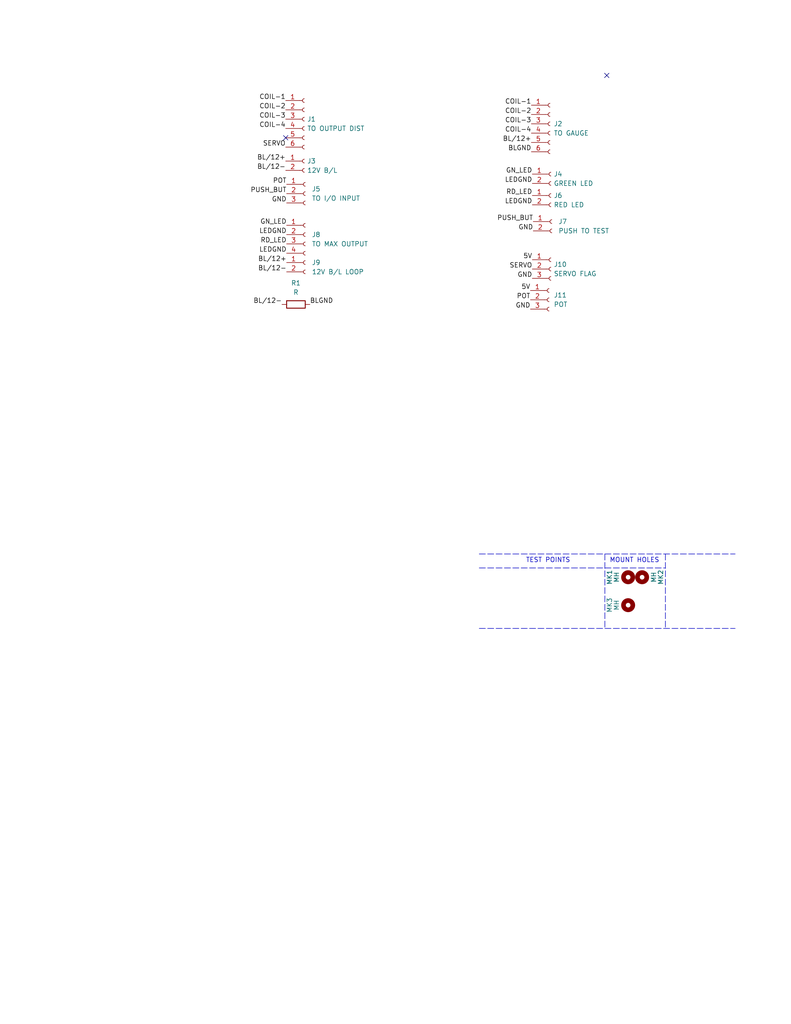
<source format=kicad_sch>
(kicad_sch (version 20211123) (generator eeschema)
  (paper "A" portrait)
  (title_block (title "Radar Altimeter Controller") (date "2021-10-30") (rev "1") (company "OpenHornet") (comment 1 "CC BY-NC-SA"))
  (lib_symbols
    (symbol "Connector:Conn_01x02_Female" (pin_names (offset 1.016) hide)
      (property "Reference" "J" (at 0 2.54 0))
      (property "Value" "Conn_01x02_Female" (at 0 -5.08 0))
      (symbol "Conn_01x02_Female_1_1"
        (arc (start 0 -2.032) (mid -0.508 -2.54) (end 0 -3.048) (stroke (width 0.1524)))
        (polyline (pts (xy -1.27 -2.54) (xy -0.508 -2.54)) (stroke (width 0.1524)))
        (polyline (pts (xy -1.27 0) (xy -0.508 0)) (stroke (width 0.1524)))
        (arc (start 0 0.508) (mid -0.508 0) (end 0 -0.508) (stroke (width 0.1524)))
        (pin passive line (at -5.08 0 0) (length 3.81) (name "Pin_1") (number "1"))
        (pin passive line (at -5.08 -2.54 0) (length 3.81) (name "Pin_2") (number "2"))
      )
    )
    (symbol "Connector:Conn_01x03_Female" (pin_names (offset 1.016) hide)
      (property "Reference" "J" (at 0 5.08 0))
      (property "Value" "Conn_01x03_Female" (at 0 -5.08 0))
      (symbol "Conn_01x03_Female_1_1"
        (arc (start 0 -2.032) (mid -0.508 -2.54) (end 0 -3.048) (stroke (width 0.1524)))
        (polyline (pts (xy -1.27 -2.54) (xy -0.508 -2.54)) (stroke (width 0.1524)))
        (polyline (pts (xy -1.27 0) (xy -0.508 0)) (stroke (width 0.1524)))
        (polyline (pts (xy -1.27 2.54) (xy -0.508 2.54)) (stroke (width 0.1524)))
        (arc (start 0 0.508) (mid -0.508 0) (end 0 -0.508) (stroke (width 0.1524)))
        (arc (start 0 3.048) (mid -0.508 2.54) (end 0 2.032) (stroke (width 0.1524)))
        (pin passive line (at -5.08 2.54 0) (length 3.81) (name "Pin_1") (number "1"))
        (pin passive line (at -5.08 0 0) (length 3.81) (name "Pin_2") (number "2"))
        (pin passive line (at -5.08 -2.54 0) (length 3.81) (name "Pin_3") (number "3"))
      )
    )
    (symbol "Connector:Conn_01x04_Female" (pin_names (offset 1.016) hide)
      (property "Reference" "J" (at 0 5.08 0))
      (property "Value" "Conn_01x04_Female" (at 0 -7.62 0))
      (symbol "Conn_01x04_Female_1_1"
        (arc (start 0 -4.572) (mid -0.508 -5.08) (end 0 -5.588) (stroke (width 0.1524)))
        (arc (start 0 -2.032) (mid -0.508 -2.54) (end 0 -3.048) (stroke (width 0.1524)))
        (polyline (pts (xy -1.27 -5.08) (xy -0.508 -5.08)) (stroke (width 0.1524)))
        (polyline (pts (xy -1.27 -2.54) (xy -0.508 -2.54)) (stroke (width 0.1524)))
        (polyline (pts (xy -1.27 0) (xy -0.508 0)) (stroke (width 0.1524)))
        (polyline (pts (xy -1.27 2.54) (xy -0.508 2.54)) (stroke (width 0.1524)))
        (arc (start 0 0.508) (mid -0.508 0) (end 0 -0.508) (stroke (width 0.1524)))
        (arc (start 0 3.048) (mid -0.508 2.54) (end 0 2.032) (stroke (width 0.1524)))
        (pin passive line (at -5.08 2.54 0) (length 3.81) (name "Pin_1") (number "1"))
        (pin passive line (at -5.08 0 0) (length 3.81) (name "Pin_2") (number "2"))
        (pin passive line (at -5.08 -2.54 0) (length 3.81) (name "Pin_3") (number "3"))
        (pin passive line (at -5.08 -5.08 0) (length 3.81) (name "Pin_4") (number "4"))
      )
    )
    (symbol "Connector:Conn_01x06_Female" (pin_names (offset 1.016) hide)
      (property "Reference" "J" (at 0 7.62 0))
      (property "Value" "Conn_01x06_Female" (at 0 -10.16 0))
      (symbol "Conn_01x06_Female_1_1"
        (arc (start 0 -7.112) (mid -0.508 -7.62) (end 0 -8.128) (stroke (width 0.1524)))
        (arc (start 0 -4.572) (mid -0.508 -5.08) (end 0 -5.588) (stroke (width 0.1524)))
        (arc (start 0 -2.032) (mid -0.508 -2.54) (end 0 -3.048) (stroke (width 0.1524)))
        (polyline (pts (xy -1.27 -7.62) (xy -0.508 -7.62)) (stroke (width 0.1524)))
        (polyline (pts (xy -1.27 -5.08) (xy -0.508 -5.08)) (stroke (width 0.1524)))
        (polyline (pts (xy -1.27 -2.54) (xy -0.508 -2.54)) (stroke (width 0.1524)))
        (polyline (pts (xy -1.27 0) (xy -0.508 0)) (stroke (width 0.1524)))
        (polyline (pts (xy -1.27 2.54) (xy -0.508 2.54)) (stroke (width 0.1524)))
        (polyline (pts (xy -1.27 5.08) (xy -0.508 5.08)) (stroke (width 0.1524)))
        (arc (start 0 0.508) (mid -0.508 0) (end 0 -0.508) (stroke (width 0.1524)))
        (arc (start 0 3.048) (mid -0.508 2.54) (end 0 2.032) (stroke (width 0.1524)))
        (arc (start 0 5.588) (mid -0.508 5.08) (end 0 4.572) (stroke (width 0.1524)))
        (pin passive line (at -5.08 5.08 0) (length 3.81) (name "Pin_1") (number "1"))
        (pin passive line (at -5.08 2.54 0) (length 3.81) (name "Pin_2") (number "2"))
        (pin passive line (at -5.08 0 0) (length 3.81) (name "Pin_3") (number "3"))
        (pin passive line (at -5.08 -2.54 0) (length 3.81) (name "Pin_4") (number "4"))
        (pin passive line (at -5.08 -5.08 0) (length 3.81) (name "Pin_5") (number "5"))
        (pin passive line (at -5.08 -7.62 0) (length 3.81) (name "Pin_6") (number "6"))
      )
    )
    (symbol "Device:R" (pin_numbers hide) (pin_names (offset 0))
      (property "Reference" "R" (at 2.032 0 90))
      (property "Value" "R" (at 0 0 90))
      (symbol "R_0_1"
        (rectangle (start -1.016 -2.54) (end 1.016 2.54) (stroke (width 0.254)))
      )
      (symbol "R_1_1"
        (pin passive line (at 0 3.81 270) (length 1.27) (name "~") (number "1"))
        (pin passive line (at 0 -3.81 90) (length 1.27) (name "~") (number "2"))
      )
    )
    (symbol "Mechanical:MountingHole" (pin_names (offset 1.016))
      (property "Reference" "H" (at 0 5.08 0))
      (property "Value" "MountingHole" (at 0 3.175 0))
      (symbol "MountingHole_0_1"
        (circle (center 0 0) (radius 1.27) (stroke (width 1.27)))
      )
    )
  )
  (no_connect (at 165.608 20.574))
  (no_connect (at 77.978 37.592))
  (polyline (pts (xy 181.61 151.13) (xy 181.61 171.45)))
  (polyline (pts (xy 130.81 171.45) (xy 200.66 171.45)))
  (polyline (pts (xy 130.81 151.13) (xy 200.66 151.13)))
  (polyline (pts (xy 130.81 154.94) (xy 181.61 154.94)))
  (polyline (pts (xy 165.1 151.13) (xy 165.1 171.45)))
  (text "MOUNT HOLES" (at 166.37 153.67 0) (effects (font (size 1.27 1.27)) (justify left bottom)))
  (text "TEST POINTS" (at 143.51 153.67 0) (effects (font (size 1.27 1.27)) (justify left bottom)))
  (label "LEDGND" (at 78.232 64.008 180))
  (label "BL{slash}12+" (at 77.978 43.942 180))
  (label "SERVO" (at 77.978 40.132 180))
  (label "GND" (at 144.78 84.328 180))
  (label "PUSH_BUT" (at 145.542 60.452 180))
  (label "LEDGND" (at 78.232 69.088 180))
  (label "BL{slash}12+" (at 145.034 38.862 180))
  (label "COIL-3" (at 77.978 32.512 180))
  (label "GN_LED" (at 78.232 61.468 180))
  (label "BLGND" (at 84.582 83.058 0))
  (label "BL{slash}12+" (at 78.232 71.628 180))
  (label "POT" (at 144.78 81.788 180))
  (label "RD_LED" (at 78.232 66.548 180))
  (label "5V" (at 145.288 70.866 180))
  (label "LEDGND" (at 145.288 55.88 180))
  (label "BL{slash}12-" (at 77.978 46.482 180))
  (label "LEDGND" (at 145.288 50.038 180))
  (label "PUSH_BUT" (at 78.232 52.832 180))
  (label "COIL-1" (at 77.978 27.432 180))
  (label "GND" (at 145.542 62.992 180))
  (label "BL{slash}12-" (at 78.232 74.168 180))
  (label "COIL-2" (at 77.978 29.972 180))
  (label "POT" (at 78.232 50.292 180))
  (label "BLGND" (at 145.034 41.402 180))
  (label "RD_LED" (at 145.288 53.34 180))
  (label "GND" (at 78.232 55.372 180))
  (label "COIL-4" (at 145.034 36.322 180))
  (label "GND" (at 145.288 75.946 180))
  (label "5V" (at 144.78 79.248 180))
  (label "COIL-2" (at 145.034 31.242 180))
  (label "COIL-1" (at 145.034 28.702 180))
  (label "COIL-3" (at 145.034 33.782 180))
  (label "SERVO" (at 145.288 73.406 180))
  (label "GN_LED" (at 145.288 47.498 180))
  (label "COIL-4" (at 77.978 35.052 180))
  (label "BL{slash}12-" (at 76.962 83.058 180))
  (symbol (lib_id "Mechanical:MountingHole") (at 171.45 157.48 90) (unit 1)
    (property "Reference" "MK1" (at 166.37 157.48 0))
    (property "Value" "MH" (at 168.275 157.48 0))
    (property "Footprint" "MountingHole:MountingHole_2.5mm" (effects hide))
  )
  (symbol (lib_id "Mechanical:MountingHole") (at 171.45 165.1 90) (unit 1)
    (property "Reference" "MK3" (at 166.37 165.1 0))
    (property "Value" "MH" (at 168.275 165.1 0))
    (property "Footprint" "MountingHole:MountingHole_2.5mm" (effects hide))
  )
  (symbol (lib_id "Mechanical:MountingHole") (at 175.26 157.48 270) (unit 1)
    (property "Reference" "MK2" (at 180.34 157.48 0))
    (property "Value" "MH" (at 178.435 157.48 0))
    (property "Footprint" "MountingHole:MountingHole_2.5mm" (effects hide))
  )
  (symbol (lib_id "Connector:Conn_01x04_Female") (at 83.312 64.008 0) (unit 1)
    (property "Reference" "J8" (at 85.09 64.0079 0) (effects (justify left)))
    (property "Value" "TO MAX OUTPUT" (at 85.09 66.5479 0) (effects (justify left)))
    (property "Footprint" "Connector_Molex:Molex_KK-254_AE-6410-04A_1x04_P2.54mm_Vertical" (effects hide))
  )
  (symbol (lib_id "Connector:Conn_01x06_Female") (at 150.114 33.782 0) (unit 1)
    (property "Reference" "J2" (at 151.13 33.7819 0) (effects (justify left)))
    (property "Value" "TO GAUGE" (at 151.13 36.3219 0) (effects (justify left)))
    (property "Footprint" "Connector_Molex:Molex_KK-254_AE-6410-06A_1x06_P2.54mm_Vertical" (effects hide))
  )
  (symbol (lib_id "Connector:Conn_01x03_Female") (at 149.86 81.788 0) (unit 1)
    (property "Reference" "J11" (at 151.13 80.5179 0) (effects (justify left)))
    (property "Value" "POT" (at 151.13 83.0579 0) (effects (justify left)))
    (property "Footprint" "Connector_Molex:Molex_KK-254_AE-6410-03A_1x03_P2.54mm_Vertical" (effects hide))
  )
  (symbol (lib_id "Device:R") (at 80.772 83.058 90) (unit 1)
    (property "Reference" "R1" (at 80.772 77.216 90))
    (property "Value" "R" (at 80.772 79.756 90))
    (property "Footprint" "Resistor_THT:R_Axial_DIN0204_L3.6mm_D1.6mm_P2.54mm_Vertical" (effects hide))
  )
  (symbol (lib_id "Connector:Conn_01x02_Female") (at 83.312 71.628 0) (unit 1)
    (property "Reference" "J9" (at 85.09 71.6279 0) (effects (justify left)))
    (property "Value" "12V B/L LOOP" (at 85.09 74.1679 0) (effects (justify left)))
    (property "Footprint" "Connector_Molex:Molex_KK-254_AE-6410-02A_1x02_P2.54mm_Vertical" (effects hide))
  )
  (symbol (lib_id "Connector:Conn_01x03_Female") (at 83.312 52.832 0) (unit 1)
    (property "Reference" "J5" (at 85.09 51.5619 0) (effects (justify left)))
    (property "Value" "TO I/O INPUT" (at 85.09 54.1019 0) (effects (justify left)))
    (property "Footprint" "Connector_Molex:Molex_KK-254_AE-6410-03A_1x03_P2.54mm_Vertical" (effects hide))
  )
  (symbol (lib_id "Connector:Conn_01x02_Female") (at 150.622 60.452 0) (unit 1)
    (property "Reference" "J7" (at 152.4 60.4519 0) (effects (justify left)))
    (property "Value" "PUSH TO TEST" (at 152.4 62.9919 0) (effects (justify left)))
    (property "Footprint" "Connector_Molex:Molex_KK-254_AE-6410-02A_1x02_P2.54mm_Vertical" (effects hide))
  )
  (symbol (lib_id "Connector:Conn_01x02_Female") (at 150.368 53.34 0) (unit 1)
    (property "Reference" "J6" (at 151.13 53.3399 0) (effects (justify left)))
    (property "Value" "RED LED" (at 151.13 55.8799 0) (effects (justify left)))
    (property "Footprint" "Connector_Molex:Molex_KK-254_AE-6410-02A_1x02_P2.54mm_Vertical" (effects hide))
  )
  (symbol (lib_id "Connector:Conn_01x06_Female") (at 83.058 32.512 0) (unit 1)
    (property "Reference" "J1" (at 83.82 32.5119 0) (effects (justify left)))
    (property "Value" "TO OUTPUT DIST" (at 83.82 35.0519 0) (effects (justify left)))
    (property "Footprint" "Connector_Molex:Molex_KK-254_AE-6410-06A_1x06_P2.54mm_Vertical" (effects hide))
  )
  (symbol (lib_id "Connector:Conn_01x02_Female") (at 150.368 47.498 0) (unit 1)
    (property "Reference" "J4" (at 151.13 47.4979 0) (effects (justify left)))
    (property "Value" "GREEN LED" (at 151.13 50.0379 0) (effects (justify left)))
    (property "Footprint" "Connector_Molex:Molex_KK-254_AE-6410-02A_1x02_P2.54mm_Vertical" (effects hide))
  )
  (symbol (lib_id "Connector:Conn_01x03_Female") (at 150.368 73.406 0) (unit 1)
    (property "Reference" "J10" (at 151.13 72.1359 0) (effects (justify left)))
    (property "Value" "SERVO FLAG" (at 151.13 74.6759 0) (effects (justify left)))
    (property "Footprint" "Connector_Molex:Molex_KK-254_AE-6410-03A_1x03_P2.54mm_Vertical" (effects hide))
  )
  (symbol (lib_id "Connector:Conn_01x02_Female") (at 83.058 43.942 0) (unit 1)
    (property "Reference" "J3" (at 83.82 43.9419 0) (effects (justify left)))
    (property "Value" "12V B/L" (at 83.82 46.4819 0) (effects (justify left)))
    (property "Footprint" "Connector_Molex:Molex_KK-254_AE-6410-02A_1x02_P2.54mm_Vertical" (effects hide))
  )
)
</source>
